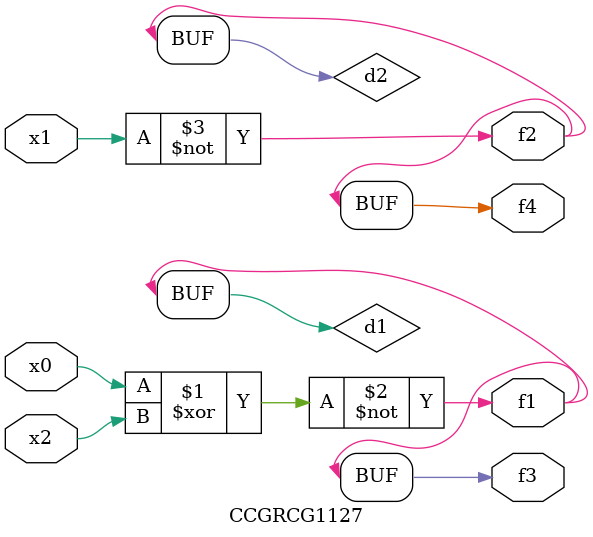
<source format=v>
module CCGRCG1127(
	input x0, x1, x2,
	output f1, f2, f3, f4
);

	wire d1, d2, d3;

	xnor (d1, x0, x2);
	nand (d2, x1);
	nor (d3, x1, x2);
	assign f1 = d1;
	assign f2 = d2;
	assign f3 = d1;
	assign f4 = d2;
endmodule

</source>
